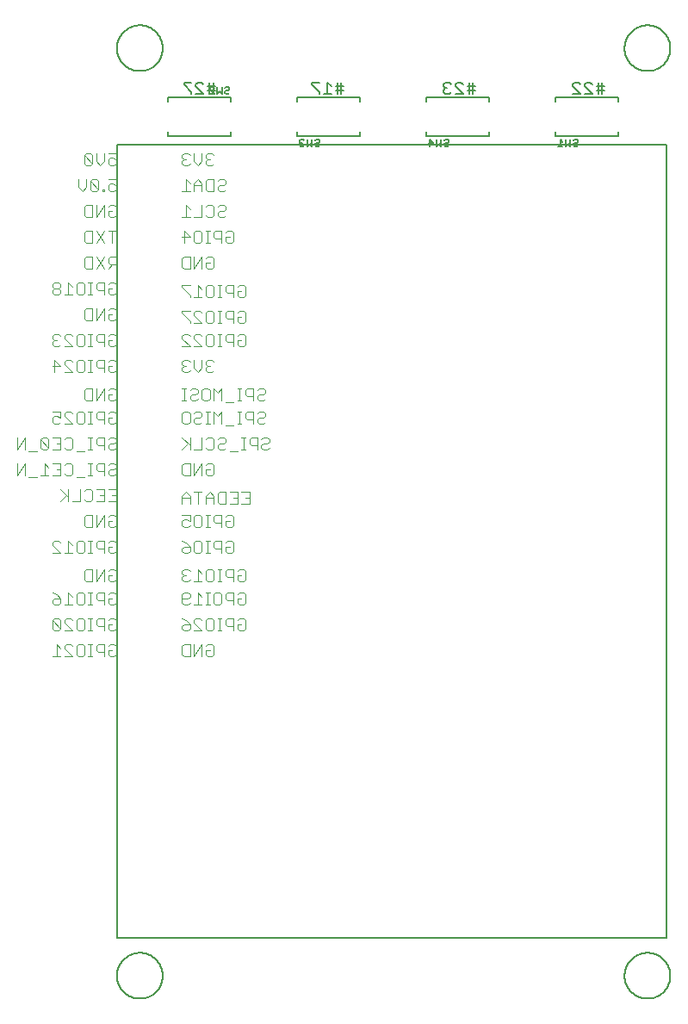
<source format=gbr>
G04 EAGLE Gerber RS-274X export*
G75*
%MOMM*%
%FSLAX34Y34*%
%LPD*%
%INSilkscreen Bottom*%
%IPPOS*%
%AMOC8*
5,1,8,0,0,1.08239X$1,22.5*%
G01*
%ADD10C,0.152400*%
%ADD11C,0.203200*%
%ADD12C,0.101600*%
%ADD13C,0.127000*%


D10*
X488864Y835152D02*
X488864Y846338D01*
X485135Y846338D02*
X485135Y835152D01*
X485135Y842609D02*
X490728Y842609D01*
X485135Y842609D02*
X483271Y842609D01*
X483271Y838881D02*
X490728Y838881D01*
X479034Y835152D02*
X471577Y835152D01*
X479034Y835152D02*
X471577Y842609D01*
X471577Y844473D01*
X473441Y846338D01*
X477170Y846338D01*
X479034Y844473D01*
X467340Y835152D02*
X459883Y835152D01*
X467340Y835152D02*
X459883Y842609D01*
X459883Y844473D01*
X461747Y846338D01*
X465476Y846338D01*
X467340Y844473D01*
X361864Y846338D02*
X361864Y835152D01*
X358135Y835152D02*
X358135Y846338D01*
X358135Y842609D02*
X363728Y842609D01*
X358135Y842609D02*
X356271Y842609D01*
X356271Y838881D02*
X363728Y838881D01*
X352034Y835152D02*
X344577Y835152D01*
X352034Y835152D02*
X344577Y842609D01*
X344577Y844473D01*
X346441Y846338D01*
X350170Y846338D01*
X352034Y844473D01*
X340340Y844473D02*
X338476Y846338D01*
X334747Y846338D01*
X332883Y844473D01*
X332883Y842609D01*
X334747Y840745D01*
X336612Y840745D01*
X334747Y840745D02*
X332883Y838881D01*
X332883Y837016D01*
X334747Y835152D01*
X338476Y835152D01*
X340340Y837016D01*
X232324Y835152D02*
X232324Y846338D01*
X228595Y846338D02*
X228595Y835152D01*
X228595Y842609D02*
X234188Y842609D01*
X228595Y842609D02*
X226731Y842609D01*
X226731Y838881D02*
X234188Y838881D01*
X222494Y842609D02*
X218766Y846338D01*
X218766Y835152D01*
X222494Y835152D02*
X215037Y835152D01*
X210800Y846338D02*
X203343Y846338D01*
X203343Y844473D01*
X210800Y837016D01*
X210800Y835152D01*
X106594Y835152D02*
X106594Y846338D01*
X102865Y846338D02*
X102865Y835152D01*
X102865Y842609D02*
X108458Y842609D01*
X102865Y842609D02*
X101001Y842609D01*
X101001Y838881D02*
X108458Y838881D01*
X96764Y835152D02*
X89307Y835152D01*
X96764Y835152D02*
X89307Y842609D01*
X89307Y844473D01*
X91171Y846338D01*
X94900Y846338D01*
X96764Y844473D01*
X85070Y846338D02*
X77613Y846338D01*
X77613Y844473D01*
X85070Y837016D01*
X85070Y835152D01*
D11*
X11790Y-31750D02*
X11797Y-31198D01*
X11817Y-30646D01*
X11851Y-30095D01*
X11898Y-29545D01*
X11959Y-28996D01*
X12034Y-28449D01*
X12121Y-27903D01*
X12222Y-27360D01*
X12337Y-26820D01*
X12464Y-26283D01*
X12605Y-25749D01*
X12759Y-25219D01*
X12926Y-24692D01*
X13105Y-24170D01*
X13298Y-23652D01*
X13503Y-23140D01*
X13720Y-22632D01*
X13950Y-22130D01*
X14192Y-21634D01*
X14447Y-21144D01*
X14713Y-20660D01*
X14991Y-20183D01*
X15281Y-19713D01*
X15582Y-19250D01*
X15894Y-18794D01*
X16218Y-18347D01*
X16552Y-17907D01*
X16897Y-17476D01*
X17253Y-17054D01*
X17619Y-16640D01*
X17994Y-16235D01*
X18380Y-15840D01*
X18775Y-15454D01*
X19180Y-15079D01*
X19594Y-14713D01*
X20016Y-14357D01*
X20447Y-14012D01*
X20887Y-13678D01*
X21334Y-13354D01*
X21790Y-13042D01*
X22253Y-12741D01*
X22723Y-12451D01*
X23200Y-12173D01*
X23684Y-11907D01*
X24174Y-11652D01*
X24670Y-11410D01*
X25172Y-11180D01*
X25680Y-10963D01*
X26192Y-10758D01*
X26710Y-10565D01*
X27232Y-10386D01*
X27759Y-10219D01*
X28289Y-10065D01*
X28823Y-9924D01*
X29360Y-9797D01*
X29900Y-9682D01*
X30443Y-9581D01*
X30989Y-9494D01*
X31536Y-9419D01*
X32085Y-9358D01*
X32635Y-9311D01*
X33186Y-9277D01*
X33738Y-9257D01*
X34290Y-9250D01*
X34842Y-9257D01*
X35394Y-9277D01*
X35945Y-9311D01*
X36495Y-9358D01*
X37044Y-9419D01*
X37591Y-9494D01*
X38137Y-9581D01*
X38680Y-9682D01*
X39220Y-9797D01*
X39757Y-9924D01*
X40291Y-10065D01*
X40821Y-10219D01*
X41348Y-10386D01*
X41870Y-10565D01*
X42388Y-10758D01*
X42900Y-10963D01*
X43408Y-11180D01*
X43910Y-11410D01*
X44406Y-11652D01*
X44896Y-11907D01*
X45380Y-12173D01*
X45857Y-12451D01*
X46327Y-12741D01*
X46790Y-13042D01*
X47246Y-13354D01*
X47693Y-13678D01*
X48133Y-14012D01*
X48564Y-14357D01*
X48986Y-14713D01*
X49400Y-15079D01*
X49805Y-15454D01*
X50200Y-15840D01*
X50586Y-16235D01*
X50961Y-16640D01*
X51327Y-17054D01*
X51683Y-17476D01*
X52028Y-17907D01*
X52362Y-18347D01*
X52686Y-18794D01*
X52998Y-19250D01*
X53299Y-19713D01*
X53589Y-20183D01*
X53867Y-20660D01*
X54133Y-21144D01*
X54388Y-21634D01*
X54630Y-22130D01*
X54860Y-22632D01*
X55077Y-23140D01*
X55282Y-23652D01*
X55475Y-24170D01*
X55654Y-24692D01*
X55821Y-25219D01*
X55975Y-25749D01*
X56116Y-26283D01*
X56243Y-26820D01*
X56358Y-27360D01*
X56459Y-27903D01*
X56546Y-28449D01*
X56621Y-28996D01*
X56682Y-29545D01*
X56729Y-30095D01*
X56763Y-30646D01*
X56783Y-31198D01*
X56790Y-31750D01*
X56783Y-32302D01*
X56763Y-32854D01*
X56729Y-33405D01*
X56682Y-33955D01*
X56621Y-34504D01*
X56546Y-35051D01*
X56459Y-35597D01*
X56358Y-36140D01*
X56243Y-36680D01*
X56116Y-37217D01*
X55975Y-37751D01*
X55821Y-38281D01*
X55654Y-38808D01*
X55475Y-39330D01*
X55282Y-39848D01*
X55077Y-40360D01*
X54860Y-40868D01*
X54630Y-41370D01*
X54388Y-41866D01*
X54133Y-42356D01*
X53867Y-42840D01*
X53589Y-43317D01*
X53299Y-43787D01*
X52998Y-44250D01*
X52686Y-44706D01*
X52362Y-45153D01*
X52028Y-45593D01*
X51683Y-46024D01*
X51327Y-46446D01*
X50961Y-46860D01*
X50586Y-47265D01*
X50200Y-47660D01*
X49805Y-48046D01*
X49400Y-48421D01*
X48986Y-48787D01*
X48564Y-49143D01*
X48133Y-49488D01*
X47693Y-49822D01*
X47246Y-50146D01*
X46790Y-50458D01*
X46327Y-50759D01*
X45857Y-51049D01*
X45380Y-51327D01*
X44896Y-51593D01*
X44406Y-51848D01*
X43910Y-52090D01*
X43408Y-52320D01*
X42900Y-52537D01*
X42388Y-52742D01*
X41870Y-52935D01*
X41348Y-53114D01*
X40821Y-53281D01*
X40291Y-53435D01*
X39757Y-53576D01*
X39220Y-53703D01*
X38680Y-53818D01*
X38137Y-53919D01*
X37591Y-54006D01*
X37044Y-54081D01*
X36495Y-54142D01*
X35945Y-54189D01*
X35394Y-54223D01*
X34842Y-54243D01*
X34290Y-54250D01*
X33738Y-54243D01*
X33186Y-54223D01*
X32635Y-54189D01*
X32085Y-54142D01*
X31536Y-54081D01*
X30989Y-54006D01*
X30443Y-53919D01*
X29900Y-53818D01*
X29360Y-53703D01*
X28823Y-53576D01*
X28289Y-53435D01*
X27759Y-53281D01*
X27232Y-53114D01*
X26710Y-52935D01*
X26192Y-52742D01*
X25680Y-52537D01*
X25172Y-52320D01*
X24670Y-52090D01*
X24174Y-51848D01*
X23684Y-51593D01*
X23200Y-51327D01*
X22723Y-51049D01*
X22253Y-50759D01*
X21790Y-50458D01*
X21334Y-50146D01*
X20887Y-49822D01*
X20447Y-49488D01*
X20016Y-49143D01*
X19594Y-48787D01*
X19180Y-48421D01*
X18775Y-48046D01*
X18380Y-47660D01*
X17994Y-47265D01*
X17619Y-46860D01*
X17253Y-46446D01*
X16897Y-46024D01*
X16552Y-45593D01*
X16218Y-45153D01*
X15894Y-44706D01*
X15582Y-44250D01*
X15281Y-43787D01*
X14991Y-43317D01*
X14713Y-42840D01*
X14447Y-42356D01*
X14192Y-41866D01*
X13950Y-41370D01*
X13720Y-40868D01*
X13503Y-40360D01*
X13298Y-39848D01*
X13105Y-39330D01*
X12926Y-38808D01*
X12759Y-38281D01*
X12605Y-37751D01*
X12464Y-37217D01*
X12337Y-36680D01*
X12222Y-36140D01*
X12121Y-35597D01*
X12034Y-35051D01*
X11959Y-34504D01*
X11898Y-33955D01*
X11851Y-33405D01*
X11817Y-32854D01*
X11797Y-32302D01*
X11790Y-31750D01*
X510900Y880110D02*
X510907Y880662D01*
X510927Y881214D01*
X510961Y881765D01*
X511008Y882315D01*
X511069Y882864D01*
X511144Y883411D01*
X511231Y883957D01*
X511332Y884500D01*
X511447Y885040D01*
X511574Y885577D01*
X511715Y886111D01*
X511869Y886641D01*
X512036Y887168D01*
X512215Y887690D01*
X512408Y888208D01*
X512613Y888720D01*
X512830Y889228D01*
X513060Y889730D01*
X513302Y890226D01*
X513557Y890716D01*
X513823Y891200D01*
X514101Y891677D01*
X514391Y892147D01*
X514692Y892610D01*
X515004Y893066D01*
X515328Y893513D01*
X515662Y893953D01*
X516007Y894384D01*
X516363Y894806D01*
X516729Y895220D01*
X517104Y895625D01*
X517490Y896020D01*
X517885Y896406D01*
X518290Y896781D01*
X518704Y897147D01*
X519126Y897503D01*
X519557Y897848D01*
X519997Y898182D01*
X520444Y898506D01*
X520900Y898818D01*
X521363Y899119D01*
X521833Y899409D01*
X522310Y899687D01*
X522794Y899953D01*
X523284Y900208D01*
X523780Y900450D01*
X524282Y900680D01*
X524790Y900897D01*
X525302Y901102D01*
X525820Y901295D01*
X526342Y901474D01*
X526869Y901641D01*
X527399Y901795D01*
X527933Y901936D01*
X528470Y902063D01*
X529010Y902178D01*
X529553Y902279D01*
X530099Y902366D01*
X530646Y902441D01*
X531195Y902502D01*
X531745Y902549D01*
X532296Y902583D01*
X532848Y902603D01*
X533400Y902610D01*
X533952Y902603D01*
X534504Y902583D01*
X535055Y902549D01*
X535605Y902502D01*
X536154Y902441D01*
X536701Y902366D01*
X537247Y902279D01*
X537790Y902178D01*
X538330Y902063D01*
X538867Y901936D01*
X539401Y901795D01*
X539931Y901641D01*
X540458Y901474D01*
X540980Y901295D01*
X541498Y901102D01*
X542010Y900897D01*
X542518Y900680D01*
X543020Y900450D01*
X543516Y900208D01*
X544006Y899953D01*
X544490Y899687D01*
X544967Y899409D01*
X545437Y899119D01*
X545900Y898818D01*
X546356Y898506D01*
X546803Y898182D01*
X547243Y897848D01*
X547674Y897503D01*
X548096Y897147D01*
X548510Y896781D01*
X548915Y896406D01*
X549310Y896020D01*
X549696Y895625D01*
X550071Y895220D01*
X550437Y894806D01*
X550793Y894384D01*
X551138Y893953D01*
X551472Y893513D01*
X551796Y893066D01*
X552108Y892610D01*
X552409Y892147D01*
X552699Y891677D01*
X552977Y891200D01*
X553243Y890716D01*
X553498Y890226D01*
X553740Y889730D01*
X553970Y889228D01*
X554187Y888720D01*
X554392Y888208D01*
X554585Y887690D01*
X554764Y887168D01*
X554931Y886641D01*
X555085Y886111D01*
X555226Y885577D01*
X555353Y885040D01*
X555468Y884500D01*
X555569Y883957D01*
X555656Y883411D01*
X555731Y882864D01*
X555792Y882315D01*
X555839Y881765D01*
X555873Y881214D01*
X555893Y880662D01*
X555900Y880110D01*
X555893Y879558D01*
X555873Y879006D01*
X555839Y878455D01*
X555792Y877905D01*
X555731Y877356D01*
X555656Y876809D01*
X555569Y876263D01*
X555468Y875720D01*
X555353Y875180D01*
X555226Y874643D01*
X555085Y874109D01*
X554931Y873579D01*
X554764Y873052D01*
X554585Y872530D01*
X554392Y872012D01*
X554187Y871500D01*
X553970Y870992D01*
X553740Y870490D01*
X553498Y869994D01*
X553243Y869504D01*
X552977Y869020D01*
X552699Y868543D01*
X552409Y868073D01*
X552108Y867610D01*
X551796Y867154D01*
X551472Y866707D01*
X551138Y866267D01*
X550793Y865836D01*
X550437Y865414D01*
X550071Y865000D01*
X549696Y864595D01*
X549310Y864200D01*
X548915Y863814D01*
X548510Y863439D01*
X548096Y863073D01*
X547674Y862717D01*
X547243Y862372D01*
X546803Y862038D01*
X546356Y861714D01*
X545900Y861402D01*
X545437Y861101D01*
X544967Y860811D01*
X544490Y860533D01*
X544006Y860267D01*
X543516Y860012D01*
X543020Y859770D01*
X542518Y859540D01*
X542010Y859323D01*
X541498Y859118D01*
X540980Y858925D01*
X540458Y858746D01*
X539931Y858579D01*
X539401Y858425D01*
X538867Y858284D01*
X538330Y858157D01*
X537790Y858042D01*
X537247Y857941D01*
X536701Y857854D01*
X536154Y857779D01*
X535605Y857718D01*
X535055Y857671D01*
X534504Y857637D01*
X533952Y857617D01*
X533400Y857610D01*
X532848Y857617D01*
X532296Y857637D01*
X531745Y857671D01*
X531195Y857718D01*
X530646Y857779D01*
X530099Y857854D01*
X529553Y857941D01*
X529010Y858042D01*
X528470Y858157D01*
X527933Y858284D01*
X527399Y858425D01*
X526869Y858579D01*
X526342Y858746D01*
X525820Y858925D01*
X525302Y859118D01*
X524790Y859323D01*
X524282Y859540D01*
X523780Y859770D01*
X523284Y860012D01*
X522794Y860267D01*
X522310Y860533D01*
X521833Y860811D01*
X521363Y861101D01*
X520900Y861402D01*
X520444Y861714D01*
X519997Y862038D01*
X519557Y862372D01*
X519126Y862717D01*
X518704Y863073D01*
X518290Y863439D01*
X517885Y863814D01*
X517490Y864200D01*
X517104Y864595D01*
X516729Y865000D01*
X516363Y865414D01*
X516007Y865836D01*
X515662Y866267D01*
X515328Y866707D01*
X515004Y867154D01*
X514692Y867610D01*
X514391Y868073D01*
X514101Y868543D01*
X513823Y869020D01*
X513557Y869504D01*
X513302Y869994D01*
X513060Y870490D01*
X512830Y870992D01*
X512613Y871500D01*
X512408Y872012D01*
X512215Y872530D01*
X512036Y873052D01*
X511869Y873579D01*
X511715Y874109D01*
X511574Y874643D01*
X511447Y875180D01*
X511332Y875720D01*
X511231Y876263D01*
X511144Y876809D01*
X511069Y877356D01*
X511008Y877905D01*
X510961Y878455D01*
X510927Y879006D01*
X510907Y879558D01*
X510900Y880110D01*
X510900Y-31750D02*
X510907Y-31198D01*
X510927Y-30646D01*
X510961Y-30095D01*
X511008Y-29545D01*
X511069Y-28996D01*
X511144Y-28449D01*
X511231Y-27903D01*
X511332Y-27360D01*
X511447Y-26820D01*
X511574Y-26283D01*
X511715Y-25749D01*
X511869Y-25219D01*
X512036Y-24692D01*
X512215Y-24170D01*
X512408Y-23652D01*
X512613Y-23140D01*
X512830Y-22632D01*
X513060Y-22130D01*
X513302Y-21634D01*
X513557Y-21144D01*
X513823Y-20660D01*
X514101Y-20183D01*
X514391Y-19713D01*
X514692Y-19250D01*
X515004Y-18794D01*
X515328Y-18347D01*
X515662Y-17907D01*
X516007Y-17476D01*
X516363Y-17054D01*
X516729Y-16640D01*
X517104Y-16235D01*
X517490Y-15840D01*
X517885Y-15454D01*
X518290Y-15079D01*
X518704Y-14713D01*
X519126Y-14357D01*
X519557Y-14012D01*
X519997Y-13678D01*
X520444Y-13354D01*
X520900Y-13042D01*
X521363Y-12741D01*
X521833Y-12451D01*
X522310Y-12173D01*
X522794Y-11907D01*
X523284Y-11652D01*
X523780Y-11410D01*
X524282Y-11180D01*
X524790Y-10963D01*
X525302Y-10758D01*
X525820Y-10565D01*
X526342Y-10386D01*
X526869Y-10219D01*
X527399Y-10065D01*
X527933Y-9924D01*
X528470Y-9797D01*
X529010Y-9682D01*
X529553Y-9581D01*
X530099Y-9494D01*
X530646Y-9419D01*
X531195Y-9358D01*
X531745Y-9311D01*
X532296Y-9277D01*
X532848Y-9257D01*
X533400Y-9250D01*
X533952Y-9257D01*
X534504Y-9277D01*
X535055Y-9311D01*
X535605Y-9358D01*
X536154Y-9419D01*
X536701Y-9494D01*
X537247Y-9581D01*
X537790Y-9682D01*
X538330Y-9797D01*
X538867Y-9924D01*
X539401Y-10065D01*
X539931Y-10219D01*
X540458Y-10386D01*
X540980Y-10565D01*
X541498Y-10758D01*
X542010Y-10963D01*
X542518Y-11180D01*
X543020Y-11410D01*
X543516Y-11652D01*
X544006Y-11907D01*
X544490Y-12173D01*
X544967Y-12451D01*
X545437Y-12741D01*
X545900Y-13042D01*
X546356Y-13354D01*
X546803Y-13678D01*
X547243Y-14012D01*
X547674Y-14357D01*
X548096Y-14713D01*
X548510Y-15079D01*
X548915Y-15454D01*
X549310Y-15840D01*
X549696Y-16235D01*
X550071Y-16640D01*
X550437Y-17054D01*
X550793Y-17476D01*
X551138Y-17907D01*
X551472Y-18347D01*
X551796Y-18794D01*
X552108Y-19250D01*
X552409Y-19713D01*
X552699Y-20183D01*
X552977Y-20660D01*
X553243Y-21144D01*
X553498Y-21634D01*
X553740Y-22130D01*
X553970Y-22632D01*
X554187Y-23140D01*
X554392Y-23652D01*
X554585Y-24170D01*
X554764Y-24692D01*
X554931Y-25219D01*
X555085Y-25749D01*
X555226Y-26283D01*
X555353Y-26820D01*
X555468Y-27360D01*
X555569Y-27903D01*
X555656Y-28449D01*
X555731Y-28996D01*
X555792Y-29545D01*
X555839Y-30095D01*
X555873Y-30646D01*
X555893Y-31198D01*
X555900Y-31750D01*
X555893Y-32302D01*
X555873Y-32854D01*
X555839Y-33405D01*
X555792Y-33955D01*
X555731Y-34504D01*
X555656Y-35051D01*
X555569Y-35597D01*
X555468Y-36140D01*
X555353Y-36680D01*
X555226Y-37217D01*
X555085Y-37751D01*
X554931Y-38281D01*
X554764Y-38808D01*
X554585Y-39330D01*
X554392Y-39848D01*
X554187Y-40360D01*
X553970Y-40868D01*
X553740Y-41370D01*
X553498Y-41866D01*
X553243Y-42356D01*
X552977Y-42840D01*
X552699Y-43317D01*
X552409Y-43787D01*
X552108Y-44250D01*
X551796Y-44706D01*
X551472Y-45153D01*
X551138Y-45593D01*
X550793Y-46024D01*
X550437Y-46446D01*
X550071Y-46860D01*
X549696Y-47265D01*
X549310Y-47660D01*
X548915Y-48046D01*
X548510Y-48421D01*
X548096Y-48787D01*
X547674Y-49143D01*
X547243Y-49488D01*
X546803Y-49822D01*
X546356Y-50146D01*
X545900Y-50458D01*
X545437Y-50759D01*
X544967Y-51049D01*
X544490Y-51327D01*
X544006Y-51593D01*
X543516Y-51848D01*
X543020Y-52090D01*
X542518Y-52320D01*
X542010Y-52537D01*
X541498Y-52742D01*
X540980Y-52935D01*
X540458Y-53114D01*
X539931Y-53281D01*
X539401Y-53435D01*
X538867Y-53576D01*
X538330Y-53703D01*
X537790Y-53818D01*
X537247Y-53919D01*
X536701Y-54006D01*
X536154Y-54081D01*
X535605Y-54142D01*
X535055Y-54189D01*
X534504Y-54223D01*
X533952Y-54243D01*
X533400Y-54250D01*
X532848Y-54243D01*
X532296Y-54223D01*
X531745Y-54189D01*
X531195Y-54142D01*
X530646Y-54081D01*
X530099Y-54006D01*
X529553Y-53919D01*
X529010Y-53818D01*
X528470Y-53703D01*
X527933Y-53576D01*
X527399Y-53435D01*
X526869Y-53281D01*
X526342Y-53114D01*
X525820Y-52935D01*
X525302Y-52742D01*
X524790Y-52537D01*
X524282Y-52320D01*
X523780Y-52090D01*
X523284Y-51848D01*
X522794Y-51593D01*
X522310Y-51327D01*
X521833Y-51049D01*
X521363Y-50759D01*
X520900Y-50458D01*
X520444Y-50146D01*
X519997Y-49822D01*
X519557Y-49488D01*
X519126Y-49143D01*
X518704Y-48787D01*
X518290Y-48421D01*
X517885Y-48046D01*
X517490Y-47660D01*
X517104Y-47265D01*
X516729Y-46860D01*
X516363Y-46446D01*
X516007Y-46024D01*
X515662Y-45593D01*
X515328Y-45153D01*
X515004Y-44706D01*
X514692Y-44250D01*
X514391Y-43787D01*
X514101Y-43317D01*
X513823Y-42840D01*
X513557Y-42356D01*
X513302Y-41866D01*
X513060Y-41370D01*
X512830Y-40868D01*
X512613Y-40360D01*
X512408Y-39848D01*
X512215Y-39330D01*
X512036Y-38808D01*
X511869Y-38281D01*
X511715Y-37751D01*
X511574Y-37217D01*
X511447Y-36680D01*
X511332Y-36140D01*
X511231Y-35597D01*
X511144Y-35051D01*
X511069Y-34504D01*
X511008Y-33955D01*
X510961Y-33405D01*
X510927Y-32854D01*
X510907Y-32302D01*
X510900Y-31750D01*
X11790Y880110D02*
X11797Y880662D01*
X11817Y881214D01*
X11851Y881765D01*
X11898Y882315D01*
X11959Y882864D01*
X12034Y883411D01*
X12121Y883957D01*
X12222Y884500D01*
X12337Y885040D01*
X12464Y885577D01*
X12605Y886111D01*
X12759Y886641D01*
X12926Y887168D01*
X13105Y887690D01*
X13298Y888208D01*
X13503Y888720D01*
X13720Y889228D01*
X13950Y889730D01*
X14192Y890226D01*
X14447Y890716D01*
X14713Y891200D01*
X14991Y891677D01*
X15281Y892147D01*
X15582Y892610D01*
X15894Y893066D01*
X16218Y893513D01*
X16552Y893953D01*
X16897Y894384D01*
X17253Y894806D01*
X17619Y895220D01*
X17994Y895625D01*
X18380Y896020D01*
X18775Y896406D01*
X19180Y896781D01*
X19594Y897147D01*
X20016Y897503D01*
X20447Y897848D01*
X20887Y898182D01*
X21334Y898506D01*
X21790Y898818D01*
X22253Y899119D01*
X22723Y899409D01*
X23200Y899687D01*
X23684Y899953D01*
X24174Y900208D01*
X24670Y900450D01*
X25172Y900680D01*
X25680Y900897D01*
X26192Y901102D01*
X26710Y901295D01*
X27232Y901474D01*
X27759Y901641D01*
X28289Y901795D01*
X28823Y901936D01*
X29360Y902063D01*
X29900Y902178D01*
X30443Y902279D01*
X30989Y902366D01*
X31536Y902441D01*
X32085Y902502D01*
X32635Y902549D01*
X33186Y902583D01*
X33738Y902603D01*
X34290Y902610D01*
X34842Y902603D01*
X35394Y902583D01*
X35945Y902549D01*
X36495Y902502D01*
X37044Y902441D01*
X37591Y902366D01*
X38137Y902279D01*
X38680Y902178D01*
X39220Y902063D01*
X39757Y901936D01*
X40291Y901795D01*
X40821Y901641D01*
X41348Y901474D01*
X41870Y901295D01*
X42388Y901102D01*
X42900Y900897D01*
X43408Y900680D01*
X43910Y900450D01*
X44406Y900208D01*
X44896Y899953D01*
X45380Y899687D01*
X45857Y899409D01*
X46327Y899119D01*
X46790Y898818D01*
X47246Y898506D01*
X47693Y898182D01*
X48133Y897848D01*
X48564Y897503D01*
X48986Y897147D01*
X49400Y896781D01*
X49805Y896406D01*
X50200Y896020D01*
X50586Y895625D01*
X50961Y895220D01*
X51327Y894806D01*
X51683Y894384D01*
X52028Y893953D01*
X52362Y893513D01*
X52686Y893066D01*
X52998Y892610D01*
X53299Y892147D01*
X53589Y891677D01*
X53867Y891200D01*
X54133Y890716D01*
X54388Y890226D01*
X54630Y889730D01*
X54860Y889228D01*
X55077Y888720D01*
X55282Y888208D01*
X55475Y887690D01*
X55654Y887168D01*
X55821Y886641D01*
X55975Y886111D01*
X56116Y885577D01*
X56243Y885040D01*
X56358Y884500D01*
X56459Y883957D01*
X56546Y883411D01*
X56621Y882864D01*
X56682Y882315D01*
X56729Y881765D01*
X56763Y881214D01*
X56783Y880662D01*
X56790Y880110D01*
X56783Y879558D01*
X56763Y879006D01*
X56729Y878455D01*
X56682Y877905D01*
X56621Y877356D01*
X56546Y876809D01*
X56459Y876263D01*
X56358Y875720D01*
X56243Y875180D01*
X56116Y874643D01*
X55975Y874109D01*
X55821Y873579D01*
X55654Y873052D01*
X55475Y872530D01*
X55282Y872012D01*
X55077Y871500D01*
X54860Y870992D01*
X54630Y870490D01*
X54388Y869994D01*
X54133Y869504D01*
X53867Y869020D01*
X53589Y868543D01*
X53299Y868073D01*
X52998Y867610D01*
X52686Y867154D01*
X52362Y866707D01*
X52028Y866267D01*
X51683Y865836D01*
X51327Y865414D01*
X50961Y865000D01*
X50586Y864595D01*
X50200Y864200D01*
X49805Y863814D01*
X49400Y863439D01*
X48986Y863073D01*
X48564Y862717D01*
X48133Y862372D01*
X47693Y862038D01*
X47246Y861714D01*
X46790Y861402D01*
X46327Y861101D01*
X45857Y860811D01*
X45380Y860533D01*
X44896Y860267D01*
X44406Y860012D01*
X43910Y859770D01*
X43408Y859540D01*
X42900Y859323D01*
X42388Y859118D01*
X41870Y858925D01*
X41348Y858746D01*
X40821Y858579D01*
X40291Y858425D01*
X39757Y858284D01*
X39220Y858157D01*
X38680Y858042D01*
X38137Y857941D01*
X37591Y857854D01*
X37044Y857779D01*
X36495Y857718D01*
X35945Y857671D01*
X35394Y857637D01*
X34842Y857617D01*
X34290Y857610D01*
X33738Y857617D01*
X33186Y857637D01*
X32635Y857671D01*
X32085Y857718D01*
X31536Y857779D01*
X30989Y857854D01*
X30443Y857941D01*
X29900Y858042D01*
X29360Y858157D01*
X28823Y858284D01*
X28289Y858425D01*
X27759Y858579D01*
X27232Y858746D01*
X26710Y858925D01*
X26192Y859118D01*
X25680Y859323D01*
X25172Y859540D01*
X24670Y859770D01*
X24174Y860012D01*
X23684Y860267D01*
X23200Y860533D01*
X22723Y860811D01*
X22253Y861101D01*
X21790Y861402D01*
X21334Y861714D01*
X20887Y862038D01*
X20447Y862372D01*
X20016Y862717D01*
X19594Y863073D01*
X19180Y863439D01*
X18775Y863814D01*
X18380Y864200D01*
X17994Y864595D01*
X17619Y865000D01*
X17253Y865414D01*
X16897Y865836D01*
X16552Y866267D01*
X16218Y866707D01*
X15894Y867154D01*
X15582Y867610D01*
X15281Y868073D01*
X14991Y868543D01*
X14713Y869020D01*
X14447Y869504D01*
X14192Y869994D01*
X13950Y870490D01*
X13720Y870992D01*
X13503Y871500D01*
X13298Y872012D01*
X13105Y872530D01*
X12926Y873052D01*
X12759Y873579D01*
X12605Y874109D01*
X12464Y874643D01*
X12337Y875180D01*
X12222Y875720D01*
X12121Y876263D01*
X12034Y876809D01*
X11959Y877356D01*
X11898Y877905D01*
X11851Y878455D01*
X11817Y879006D01*
X11797Y879558D01*
X11790Y880110D01*
D12*
X10852Y776742D02*
X3056Y776742D01*
X10852Y776742D02*
X10852Y770895D01*
X6954Y772844D01*
X5005Y772844D01*
X3056Y770895D01*
X3056Y766997D01*
X5005Y765048D01*
X8903Y765048D01*
X10852Y766997D01*
X-842Y768946D02*
X-842Y776742D01*
X-842Y768946D02*
X-4740Y765048D01*
X-8638Y768946D01*
X-8638Y776742D01*
X-12536Y774793D02*
X-12536Y766997D01*
X-12536Y774793D02*
X-14485Y776742D01*
X-18383Y776742D01*
X-20332Y774793D01*
X-20332Y766997D01*
X-18383Y765048D01*
X-14485Y765048D01*
X-12536Y766997D01*
X-20332Y774793D01*
X3056Y751342D02*
X10852Y751342D01*
X10852Y745495D01*
X6954Y747444D01*
X5005Y747444D01*
X3056Y745495D01*
X3056Y741597D01*
X5005Y739648D01*
X8903Y739648D01*
X10852Y741597D01*
X-842Y741597D02*
X-842Y739648D01*
X-842Y741597D02*
X-2791Y741597D01*
X-2791Y739648D01*
X-842Y739648D01*
X-6689Y741597D02*
X-6689Y749393D01*
X-8638Y751342D01*
X-12536Y751342D01*
X-14485Y749393D01*
X-14485Y741597D01*
X-12536Y739648D01*
X-8638Y739648D01*
X-6689Y741597D01*
X-14485Y749393D01*
X-18383Y751342D02*
X-18383Y743546D01*
X-22281Y739648D01*
X-26179Y743546D01*
X-26179Y751342D01*
X3056Y723993D02*
X5005Y725942D01*
X8903Y725942D01*
X10852Y723993D01*
X10852Y716197D01*
X8903Y714248D01*
X5005Y714248D01*
X3056Y716197D01*
X3056Y720095D01*
X6954Y720095D01*
X-842Y714248D02*
X-842Y725942D01*
X-8638Y714248D01*
X-8638Y725942D01*
X-12536Y725942D02*
X-12536Y714248D01*
X-18383Y714248D01*
X-20332Y716197D01*
X-20332Y723993D01*
X-18383Y725942D01*
X-12536Y725942D01*
X6954Y700542D02*
X6954Y688848D01*
X10852Y700542D02*
X3056Y700542D01*
X-842Y700542D02*
X-8638Y688848D01*
X-842Y688848D02*
X-8638Y700542D01*
X-12536Y700542D02*
X-12536Y688848D01*
X-18383Y688848D01*
X-20332Y690797D01*
X-20332Y698593D01*
X-18383Y700542D01*
X-12536Y700542D01*
X10852Y675142D02*
X10852Y663448D01*
X10852Y675142D02*
X5005Y675142D01*
X3056Y673193D01*
X3056Y669295D01*
X5005Y667346D01*
X10852Y667346D01*
X6954Y667346D02*
X3056Y663448D01*
X-8638Y663448D02*
X-842Y675142D01*
X-8638Y675142D02*
X-842Y663448D01*
X-12536Y663448D02*
X-12536Y675142D01*
X-12536Y663448D02*
X-18383Y663448D01*
X-20332Y665397D01*
X-20332Y673193D01*
X-18383Y675142D01*
X-12536Y675142D01*
X5005Y649742D02*
X3056Y647793D01*
X5005Y649742D02*
X8903Y649742D01*
X10852Y647793D01*
X10852Y639997D01*
X8903Y638048D01*
X5005Y638048D01*
X3056Y639997D01*
X3056Y643895D01*
X6954Y643895D01*
X-842Y638048D02*
X-842Y649742D01*
X-6689Y649742D01*
X-8638Y647793D01*
X-8638Y643895D01*
X-6689Y641946D01*
X-842Y641946D01*
X-12536Y638048D02*
X-16434Y638048D01*
X-14485Y638048D02*
X-14485Y649742D01*
X-12536Y649742D02*
X-16434Y649742D01*
X-22281Y649742D02*
X-26179Y649742D01*
X-22281Y649742D02*
X-20332Y647793D01*
X-20332Y639997D01*
X-22281Y638048D01*
X-26179Y638048D01*
X-28128Y639997D01*
X-28128Y647793D01*
X-26179Y649742D01*
X-32026Y645844D02*
X-35924Y649742D01*
X-35924Y638048D01*
X-32026Y638048D02*
X-39822Y638048D01*
X-43720Y647793D02*
X-45669Y649742D01*
X-49567Y649742D01*
X-51516Y647793D01*
X-51516Y645844D01*
X-49567Y643895D01*
X-51516Y641946D01*
X-51516Y639997D01*
X-49567Y638048D01*
X-45669Y638048D01*
X-43720Y639997D01*
X-43720Y641946D01*
X-45669Y643895D01*
X-43720Y645844D01*
X-43720Y647793D01*
X-45669Y643895D02*
X-49567Y643895D01*
X3056Y622393D02*
X5005Y624342D01*
X8903Y624342D01*
X10852Y622393D01*
X10852Y614597D01*
X8903Y612648D01*
X5005Y612648D01*
X3056Y614597D01*
X3056Y618495D01*
X6954Y618495D01*
X-842Y612648D02*
X-842Y624342D01*
X-8638Y612648D01*
X-8638Y624342D01*
X-12536Y624342D02*
X-12536Y612648D01*
X-18383Y612648D01*
X-20332Y614597D01*
X-20332Y622393D01*
X-18383Y624342D01*
X-12536Y624342D01*
X5005Y598942D02*
X3056Y596993D01*
X5005Y598942D02*
X8903Y598942D01*
X10852Y596993D01*
X10852Y589197D01*
X8903Y587248D01*
X5005Y587248D01*
X3056Y589197D01*
X3056Y593095D01*
X6954Y593095D01*
X-842Y587248D02*
X-842Y598942D01*
X-6689Y598942D01*
X-8638Y596993D01*
X-8638Y593095D01*
X-6689Y591146D01*
X-842Y591146D01*
X-12536Y587248D02*
X-16434Y587248D01*
X-14485Y587248D02*
X-14485Y598942D01*
X-12536Y598942D02*
X-16434Y598942D01*
X-22281Y598942D02*
X-26179Y598942D01*
X-22281Y598942D02*
X-20332Y596993D01*
X-20332Y589197D01*
X-22281Y587248D01*
X-26179Y587248D01*
X-28128Y589197D01*
X-28128Y596993D01*
X-26179Y598942D01*
X-32026Y587248D02*
X-39822Y587248D01*
X-32026Y587248D02*
X-39822Y595044D01*
X-39822Y596993D01*
X-37873Y598942D01*
X-33975Y598942D01*
X-32026Y596993D01*
X-43720Y596993D02*
X-45669Y598942D01*
X-49567Y598942D01*
X-51516Y596993D01*
X-51516Y595044D01*
X-49567Y593095D01*
X-47618Y593095D01*
X-49567Y593095D02*
X-51516Y591146D01*
X-51516Y589197D01*
X-49567Y587248D01*
X-45669Y587248D01*
X-43720Y589197D01*
X3056Y571593D02*
X5005Y573542D01*
X8903Y573542D01*
X10852Y571593D01*
X10852Y563797D01*
X8903Y561848D01*
X5005Y561848D01*
X3056Y563797D01*
X3056Y567695D01*
X6954Y567695D01*
X-842Y561848D02*
X-842Y573542D01*
X-6689Y573542D01*
X-8638Y571593D01*
X-8638Y567695D01*
X-6689Y565746D01*
X-842Y565746D01*
X-12536Y561848D02*
X-16434Y561848D01*
X-14485Y561848D02*
X-14485Y573542D01*
X-12536Y573542D02*
X-16434Y573542D01*
X-22281Y573542D02*
X-26179Y573542D01*
X-22281Y573542D02*
X-20332Y571593D01*
X-20332Y563797D01*
X-22281Y561848D01*
X-26179Y561848D01*
X-28128Y563797D01*
X-28128Y571593D01*
X-26179Y573542D01*
X-32026Y561848D02*
X-39822Y561848D01*
X-32026Y561848D02*
X-39822Y569644D01*
X-39822Y571593D01*
X-37873Y573542D01*
X-33975Y573542D01*
X-32026Y571593D01*
X-49567Y573542D02*
X-49567Y561848D01*
X-43720Y567695D02*
X-49567Y573542D01*
X-51516Y567695D02*
X-43720Y567695D01*
X3056Y543653D02*
X5005Y545602D01*
X8903Y545602D01*
X10852Y543653D01*
X10852Y535857D01*
X8903Y533908D01*
X5005Y533908D01*
X3056Y535857D01*
X3056Y539755D01*
X6954Y539755D01*
X-842Y533908D02*
X-842Y545602D01*
X-8638Y533908D01*
X-8638Y545602D01*
X-12536Y545602D02*
X-12536Y533908D01*
X-18383Y533908D01*
X-20332Y535857D01*
X-20332Y543653D01*
X-18383Y545602D01*
X-12536Y545602D01*
X5005Y522742D02*
X3056Y520793D01*
X5005Y522742D02*
X8903Y522742D01*
X10852Y520793D01*
X10852Y512997D01*
X8903Y511048D01*
X5005Y511048D01*
X3056Y512997D01*
X3056Y516895D01*
X6954Y516895D01*
X-842Y511048D02*
X-842Y522742D01*
X-6689Y522742D01*
X-8638Y520793D01*
X-8638Y516895D01*
X-6689Y514946D01*
X-842Y514946D01*
X-12536Y511048D02*
X-16434Y511048D01*
X-14485Y511048D02*
X-14485Y522742D01*
X-12536Y522742D02*
X-16434Y522742D01*
X-22281Y522742D02*
X-26179Y522742D01*
X-22281Y522742D02*
X-20332Y520793D01*
X-20332Y512997D01*
X-22281Y511048D01*
X-26179Y511048D01*
X-28128Y512997D01*
X-28128Y520793D01*
X-26179Y522742D01*
X-32026Y511048D02*
X-39822Y511048D01*
X-32026Y511048D02*
X-39822Y518844D01*
X-39822Y520793D01*
X-37873Y522742D01*
X-33975Y522742D01*
X-32026Y520793D01*
X-43720Y522742D02*
X-51516Y522742D01*
X-43720Y522742D02*
X-43720Y516895D01*
X-47618Y518844D01*
X-49567Y518844D01*
X-51516Y516895D01*
X-51516Y512997D01*
X-49567Y511048D01*
X-45669Y511048D01*
X-43720Y512997D01*
X3056Y495393D02*
X5005Y497342D01*
X8903Y497342D01*
X10852Y495393D01*
X10852Y493444D01*
X8903Y491495D01*
X5005Y491495D01*
X3056Y489546D01*
X3056Y487597D01*
X5005Y485648D01*
X8903Y485648D01*
X10852Y487597D01*
X-842Y485648D02*
X-842Y497342D01*
X-6689Y497342D01*
X-8638Y495393D01*
X-8638Y491495D01*
X-6689Y489546D01*
X-842Y489546D01*
X-12536Y485648D02*
X-16434Y485648D01*
X-14485Y485648D02*
X-14485Y497342D01*
X-12536Y497342D02*
X-16434Y497342D01*
X-20332Y483699D02*
X-28128Y483699D01*
X-39822Y495393D02*
X-37873Y497342D01*
X-33975Y497342D01*
X-32026Y495393D01*
X-32026Y487597D01*
X-33975Y485648D01*
X-37873Y485648D01*
X-39822Y487597D01*
X-43720Y497342D02*
X-51516Y497342D01*
X-43720Y497342D02*
X-43720Y485648D01*
X-51516Y485648D01*
X-47618Y491495D02*
X-43720Y491495D01*
X-55414Y487597D02*
X-55414Y495393D01*
X-57363Y497342D01*
X-61261Y497342D01*
X-63210Y495393D01*
X-63210Y487597D01*
X-61261Y485648D01*
X-57363Y485648D01*
X-55414Y487597D01*
X-63210Y495393D01*
X-67108Y483699D02*
X-74904Y483699D01*
X-78802Y485648D02*
X-78802Y497342D01*
X-86598Y485648D01*
X-86598Y497342D01*
X3056Y469993D02*
X5005Y471942D01*
X8903Y471942D01*
X10852Y469993D01*
X10852Y468044D01*
X8903Y466095D01*
X5005Y466095D01*
X3056Y464146D01*
X3056Y462197D01*
X5005Y460248D01*
X8903Y460248D01*
X10852Y462197D01*
X-842Y460248D02*
X-842Y471942D01*
X-6689Y471942D01*
X-8638Y469993D01*
X-8638Y466095D01*
X-6689Y464146D01*
X-842Y464146D01*
X-12536Y460248D02*
X-16434Y460248D01*
X-14485Y460248D02*
X-14485Y471942D01*
X-12536Y471942D02*
X-16434Y471942D01*
X-20332Y458299D02*
X-28128Y458299D01*
X-39822Y469993D02*
X-37873Y471942D01*
X-33975Y471942D01*
X-32026Y469993D01*
X-32026Y462197D01*
X-33975Y460248D01*
X-37873Y460248D01*
X-39822Y462197D01*
X-43720Y471942D02*
X-51516Y471942D01*
X-43720Y471942D02*
X-43720Y460248D01*
X-51516Y460248D01*
X-47618Y466095D02*
X-43720Y466095D01*
X-55414Y468044D02*
X-59312Y471942D01*
X-59312Y460248D01*
X-55414Y460248D02*
X-63210Y460248D01*
X-67108Y458299D02*
X-74904Y458299D01*
X-78802Y460248D02*
X-78802Y471942D01*
X-86598Y460248D01*
X-86598Y471942D01*
X106894Y774793D02*
X104945Y776742D01*
X101047Y776742D01*
X99098Y774793D01*
X99098Y772844D01*
X101047Y770895D01*
X102996Y770895D01*
X101047Y770895D02*
X99098Y768946D01*
X99098Y766997D01*
X101047Y765048D01*
X104945Y765048D01*
X106894Y766997D01*
X95200Y768946D02*
X95200Y776742D01*
X95200Y768946D02*
X91302Y765048D01*
X87404Y768946D01*
X87404Y776742D01*
X83506Y774793D02*
X81557Y776742D01*
X77659Y776742D01*
X75710Y774793D01*
X75710Y772844D01*
X77659Y770895D01*
X79608Y770895D01*
X77659Y770895D02*
X75710Y768946D01*
X75710Y766997D01*
X77659Y765048D01*
X81557Y765048D01*
X83506Y766997D01*
X110792Y749393D02*
X112741Y751342D01*
X116639Y751342D01*
X118588Y749393D01*
X118588Y747444D01*
X116639Y745495D01*
X112741Y745495D01*
X110792Y743546D01*
X110792Y741597D01*
X112741Y739648D01*
X116639Y739648D01*
X118588Y741597D01*
X106894Y739648D02*
X106894Y751342D01*
X106894Y739648D02*
X101047Y739648D01*
X99098Y741597D01*
X99098Y749393D01*
X101047Y751342D01*
X106894Y751342D01*
X95200Y747444D02*
X95200Y739648D01*
X95200Y747444D02*
X91302Y751342D01*
X87404Y747444D01*
X87404Y739648D01*
X87404Y745495D02*
X95200Y745495D01*
X83506Y747444D02*
X79608Y751342D01*
X79608Y739648D01*
X83506Y739648D02*
X75710Y739648D01*
X110792Y723993D02*
X112741Y725942D01*
X116639Y725942D01*
X118588Y723993D01*
X118588Y722044D01*
X116639Y720095D01*
X112741Y720095D01*
X110792Y718146D01*
X110792Y716197D01*
X112741Y714248D01*
X116639Y714248D01*
X118588Y716197D01*
X101047Y725942D02*
X99098Y723993D01*
X101047Y725942D02*
X104945Y725942D01*
X106894Y723993D01*
X106894Y716197D01*
X104945Y714248D01*
X101047Y714248D01*
X99098Y716197D01*
X95200Y714248D02*
X95200Y725942D01*
X95200Y714248D02*
X87404Y714248D01*
X83506Y722044D02*
X79608Y725942D01*
X79608Y714248D01*
X83506Y714248D02*
X75710Y714248D01*
X118588Y698593D02*
X120537Y700542D01*
X124435Y700542D01*
X126384Y698593D01*
X126384Y690797D01*
X124435Y688848D01*
X120537Y688848D01*
X118588Y690797D01*
X118588Y694695D01*
X122486Y694695D01*
X114690Y688848D02*
X114690Y700542D01*
X108843Y700542D01*
X106894Y698593D01*
X106894Y694695D01*
X108843Y692746D01*
X114690Y692746D01*
X102996Y688848D02*
X99098Y688848D01*
X101047Y688848D02*
X101047Y700542D01*
X102996Y700542D02*
X99098Y700542D01*
X93251Y700542D02*
X89353Y700542D01*
X93251Y700542D02*
X95200Y698593D01*
X95200Y690797D01*
X93251Y688848D01*
X89353Y688848D01*
X87404Y690797D01*
X87404Y698593D01*
X89353Y700542D01*
X77659Y700542D02*
X77659Y688848D01*
X83506Y694695D02*
X77659Y700542D01*
X75710Y694695D02*
X83506Y694695D01*
X101047Y675142D02*
X99098Y673193D01*
X101047Y675142D02*
X104945Y675142D01*
X106894Y673193D01*
X106894Y665397D01*
X104945Y663448D01*
X101047Y663448D01*
X99098Y665397D01*
X99098Y669295D01*
X102996Y669295D01*
X95200Y663448D02*
X95200Y675142D01*
X87404Y663448D01*
X87404Y675142D01*
X83506Y675142D02*
X83506Y663448D01*
X77659Y663448D01*
X75710Y665397D01*
X75710Y673193D01*
X77659Y675142D01*
X83506Y675142D01*
X130282Y645253D02*
X132231Y647202D01*
X136129Y647202D01*
X138078Y645253D01*
X138078Y637457D01*
X136129Y635508D01*
X132231Y635508D01*
X130282Y637457D01*
X130282Y641355D01*
X134180Y641355D01*
X126384Y635508D02*
X126384Y647202D01*
X120537Y647202D01*
X118588Y645253D01*
X118588Y641355D01*
X120537Y639406D01*
X126384Y639406D01*
X114690Y635508D02*
X110792Y635508D01*
X112741Y635508D02*
X112741Y647202D01*
X114690Y647202D02*
X110792Y647202D01*
X104945Y647202D02*
X101047Y647202D01*
X104945Y647202D02*
X106894Y645253D01*
X106894Y637457D01*
X104945Y635508D01*
X101047Y635508D01*
X99098Y637457D01*
X99098Y645253D01*
X101047Y647202D01*
X95200Y643304D02*
X91302Y647202D01*
X91302Y635508D01*
X95200Y635508D02*
X87404Y635508D01*
X83506Y647202D02*
X75710Y647202D01*
X75710Y645253D01*
X83506Y637457D01*
X83506Y635508D01*
X130282Y619853D02*
X132231Y621802D01*
X136129Y621802D01*
X138078Y619853D01*
X138078Y612057D01*
X136129Y610108D01*
X132231Y610108D01*
X130282Y612057D01*
X130282Y615955D01*
X134180Y615955D01*
X126384Y610108D02*
X126384Y621802D01*
X120537Y621802D01*
X118588Y619853D01*
X118588Y615955D01*
X120537Y614006D01*
X126384Y614006D01*
X114690Y610108D02*
X110792Y610108D01*
X112741Y610108D02*
X112741Y621802D01*
X114690Y621802D02*
X110792Y621802D01*
X104945Y621802D02*
X101047Y621802D01*
X104945Y621802D02*
X106894Y619853D01*
X106894Y612057D01*
X104945Y610108D01*
X101047Y610108D01*
X99098Y612057D01*
X99098Y619853D01*
X101047Y621802D01*
X95200Y610108D02*
X87404Y610108D01*
X95200Y610108D02*
X87404Y617904D01*
X87404Y619853D01*
X89353Y621802D01*
X93251Y621802D01*
X95200Y619853D01*
X83506Y621802D02*
X75710Y621802D01*
X75710Y619853D01*
X83506Y612057D01*
X83506Y610108D01*
X130282Y596993D02*
X132231Y598942D01*
X136129Y598942D01*
X138078Y596993D01*
X138078Y589197D01*
X136129Y587248D01*
X132231Y587248D01*
X130282Y589197D01*
X130282Y593095D01*
X134180Y593095D01*
X126384Y587248D02*
X126384Y598942D01*
X120537Y598942D01*
X118588Y596993D01*
X118588Y593095D01*
X120537Y591146D01*
X126384Y591146D01*
X114690Y587248D02*
X110792Y587248D01*
X112741Y587248D02*
X112741Y598942D01*
X114690Y598942D02*
X110792Y598942D01*
X104945Y598942D02*
X101047Y598942D01*
X104945Y598942D02*
X106894Y596993D01*
X106894Y589197D01*
X104945Y587248D01*
X101047Y587248D01*
X99098Y589197D01*
X99098Y596993D01*
X101047Y598942D01*
X95200Y587248D02*
X87404Y587248D01*
X95200Y587248D02*
X87404Y595044D01*
X87404Y596993D01*
X89353Y598942D01*
X93251Y598942D01*
X95200Y596993D01*
X83506Y587248D02*
X75710Y587248D01*
X83506Y587248D02*
X75710Y595044D01*
X75710Y596993D01*
X77659Y598942D01*
X81557Y598942D01*
X83506Y596993D01*
X104945Y573542D02*
X106894Y571593D01*
X104945Y573542D02*
X101047Y573542D01*
X99098Y571593D01*
X99098Y569644D01*
X101047Y567695D01*
X102996Y567695D01*
X101047Y567695D02*
X99098Y565746D01*
X99098Y563797D01*
X101047Y561848D01*
X104945Y561848D01*
X106894Y563797D01*
X95200Y565746D02*
X95200Y573542D01*
X95200Y565746D02*
X91302Y561848D01*
X87404Y565746D01*
X87404Y573542D01*
X83506Y571593D02*
X81557Y573542D01*
X77659Y573542D01*
X75710Y571593D01*
X75710Y569644D01*
X77659Y567695D01*
X79608Y567695D01*
X77659Y567695D02*
X75710Y565746D01*
X75710Y563797D01*
X77659Y561848D01*
X81557Y561848D01*
X83506Y563797D01*
X149772Y543653D02*
X151721Y545602D01*
X155619Y545602D01*
X157568Y543653D01*
X157568Y541704D01*
X155619Y539755D01*
X151721Y539755D01*
X149772Y537806D01*
X149772Y535857D01*
X151721Y533908D01*
X155619Y533908D01*
X157568Y535857D01*
X145874Y533908D02*
X145874Y545602D01*
X140027Y545602D01*
X138078Y543653D01*
X138078Y539755D01*
X140027Y537806D01*
X145874Y537806D01*
X134180Y533908D02*
X130282Y533908D01*
X132231Y533908D02*
X132231Y545602D01*
X134180Y545602D02*
X130282Y545602D01*
X126384Y531959D02*
X118588Y531959D01*
X114690Y533908D02*
X114690Y545602D01*
X110792Y541704D01*
X106894Y545602D01*
X106894Y533908D01*
X101047Y545602D02*
X97149Y545602D01*
X101047Y545602D02*
X102996Y543653D01*
X102996Y535857D01*
X101047Y533908D01*
X97149Y533908D01*
X95200Y535857D01*
X95200Y543653D01*
X97149Y545602D01*
X85455Y545602D02*
X83506Y543653D01*
X85455Y545602D02*
X89353Y545602D01*
X91302Y543653D01*
X91302Y541704D01*
X89353Y539755D01*
X85455Y539755D01*
X83506Y537806D01*
X83506Y535857D01*
X85455Y533908D01*
X89353Y533908D01*
X91302Y535857D01*
X79608Y533908D02*
X75710Y533908D01*
X77659Y533908D02*
X77659Y545602D01*
X79608Y545602D02*
X75710Y545602D01*
X149772Y520793D02*
X151721Y522742D01*
X155619Y522742D01*
X157568Y520793D01*
X157568Y518844D01*
X155619Y516895D01*
X151721Y516895D01*
X149772Y514946D01*
X149772Y512997D01*
X151721Y511048D01*
X155619Y511048D01*
X157568Y512997D01*
X145874Y511048D02*
X145874Y522742D01*
X140027Y522742D01*
X138078Y520793D01*
X138078Y516895D01*
X140027Y514946D01*
X145874Y514946D01*
X134180Y511048D02*
X130282Y511048D01*
X132231Y511048D02*
X132231Y522742D01*
X134180Y522742D02*
X130282Y522742D01*
X126384Y509099D02*
X118588Y509099D01*
X114690Y511048D02*
X114690Y522742D01*
X110792Y518844D01*
X106894Y522742D01*
X106894Y511048D01*
X102996Y511048D02*
X99098Y511048D01*
X101047Y511048D02*
X101047Y522742D01*
X102996Y522742D02*
X99098Y522742D01*
X89353Y522742D02*
X87404Y520793D01*
X89353Y522742D02*
X93251Y522742D01*
X95200Y520793D01*
X95200Y518844D01*
X93251Y516895D01*
X89353Y516895D01*
X87404Y514946D01*
X87404Y512997D01*
X89353Y511048D01*
X93251Y511048D01*
X95200Y512997D01*
X81557Y522742D02*
X77659Y522742D01*
X81557Y522742D02*
X83506Y520793D01*
X83506Y512997D01*
X81557Y511048D01*
X77659Y511048D01*
X75710Y512997D01*
X75710Y520793D01*
X77659Y522742D01*
X153670Y495393D02*
X155619Y497342D01*
X159517Y497342D01*
X161466Y495393D01*
X161466Y493444D01*
X159517Y491495D01*
X155619Y491495D01*
X153670Y489546D01*
X153670Y487597D01*
X155619Y485648D01*
X159517Y485648D01*
X161466Y487597D01*
X149772Y485648D02*
X149772Y497342D01*
X143925Y497342D01*
X141976Y495393D01*
X141976Y491495D01*
X143925Y489546D01*
X149772Y489546D01*
X138078Y485648D02*
X134180Y485648D01*
X136129Y485648D02*
X136129Y497342D01*
X138078Y497342D02*
X134180Y497342D01*
X130282Y483699D02*
X122486Y483699D01*
X110792Y495393D02*
X112741Y497342D01*
X116639Y497342D01*
X118588Y495393D01*
X118588Y493444D01*
X116639Y491495D01*
X112741Y491495D01*
X110792Y489546D01*
X110792Y487597D01*
X112741Y485648D01*
X116639Y485648D01*
X118588Y487597D01*
X101047Y497342D02*
X99098Y495393D01*
X101047Y497342D02*
X104945Y497342D01*
X106894Y495393D01*
X106894Y487597D01*
X104945Y485648D01*
X101047Y485648D01*
X99098Y487597D01*
X95200Y485648D02*
X95200Y497342D01*
X95200Y485648D02*
X87404Y485648D01*
X83506Y485648D02*
X83506Y497342D01*
X83506Y489546D02*
X75710Y497342D01*
X81557Y491495D02*
X75710Y485648D01*
X99098Y469993D02*
X101047Y471942D01*
X104945Y471942D01*
X106894Y469993D01*
X106894Y462197D01*
X104945Y460248D01*
X101047Y460248D01*
X99098Y462197D01*
X99098Y466095D01*
X102996Y466095D01*
X95200Y460248D02*
X95200Y471942D01*
X87404Y460248D01*
X87404Y471942D01*
X83506Y471942D02*
X83506Y460248D01*
X77659Y460248D01*
X75710Y462197D01*
X75710Y469993D01*
X77659Y471942D01*
X83506Y471942D01*
X10852Y446542D02*
X3056Y446542D01*
X10852Y446542D02*
X10852Y434848D01*
X3056Y434848D01*
X6954Y440695D02*
X10852Y440695D01*
X-842Y446542D02*
X-8638Y446542D01*
X-842Y446542D02*
X-842Y434848D01*
X-8638Y434848D01*
X-4740Y440695D02*
X-842Y440695D01*
X-18383Y446542D02*
X-20332Y444593D01*
X-18383Y446542D02*
X-14485Y446542D01*
X-12536Y444593D01*
X-12536Y436797D01*
X-14485Y434848D01*
X-18383Y434848D01*
X-20332Y436797D01*
X-24230Y434848D02*
X-24230Y446542D01*
X-24230Y434848D02*
X-32026Y434848D01*
X-35924Y434848D02*
X-35924Y446542D01*
X-35924Y438746D02*
X-43720Y446542D01*
X-37873Y440695D02*
X-43720Y434848D01*
X3056Y419193D02*
X5005Y421142D01*
X8903Y421142D01*
X10852Y419193D01*
X10852Y411397D01*
X8903Y409448D01*
X5005Y409448D01*
X3056Y411397D01*
X3056Y415295D01*
X6954Y415295D01*
X-842Y409448D02*
X-842Y421142D01*
X-8638Y409448D01*
X-8638Y421142D01*
X-12536Y421142D02*
X-12536Y409448D01*
X-18383Y409448D01*
X-20332Y411397D01*
X-20332Y419193D01*
X-18383Y421142D01*
X-12536Y421142D01*
X5005Y395742D02*
X3056Y393793D01*
X5005Y395742D02*
X8903Y395742D01*
X10852Y393793D01*
X10852Y385997D01*
X8903Y384048D01*
X5005Y384048D01*
X3056Y385997D01*
X3056Y389895D01*
X6954Y389895D01*
X-842Y384048D02*
X-842Y395742D01*
X-6689Y395742D01*
X-8638Y393793D01*
X-8638Y389895D01*
X-6689Y387946D01*
X-842Y387946D01*
X-12536Y384048D02*
X-16434Y384048D01*
X-14485Y384048D02*
X-14485Y395742D01*
X-12536Y395742D02*
X-16434Y395742D01*
X-22281Y395742D02*
X-26179Y395742D01*
X-22281Y395742D02*
X-20332Y393793D01*
X-20332Y385997D01*
X-22281Y384048D01*
X-26179Y384048D01*
X-28128Y385997D01*
X-28128Y393793D01*
X-26179Y395742D01*
X-32026Y391844D02*
X-35924Y395742D01*
X-35924Y384048D01*
X-32026Y384048D02*
X-39822Y384048D01*
X-43720Y384048D02*
X-51516Y384048D01*
X-43720Y384048D02*
X-51516Y391844D01*
X-51516Y393793D01*
X-49567Y395742D01*
X-45669Y395742D01*
X-43720Y393793D01*
X3056Y365853D02*
X5005Y367802D01*
X8903Y367802D01*
X10852Y365853D01*
X10852Y358057D01*
X8903Y356108D01*
X5005Y356108D01*
X3056Y358057D01*
X3056Y361955D01*
X6954Y361955D01*
X-842Y356108D02*
X-842Y367802D01*
X-8638Y356108D01*
X-8638Y367802D01*
X-12536Y367802D02*
X-12536Y356108D01*
X-18383Y356108D01*
X-20332Y358057D01*
X-20332Y365853D01*
X-18383Y367802D01*
X-12536Y367802D01*
X5005Y344942D02*
X3056Y342993D01*
X5005Y344942D02*
X8903Y344942D01*
X10852Y342993D01*
X10852Y335197D01*
X8903Y333248D01*
X5005Y333248D01*
X3056Y335197D01*
X3056Y339095D01*
X6954Y339095D01*
X-842Y333248D02*
X-842Y344942D01*
X-6689Y344942D01*
X-8638Y342993D01*
X-8638Y339095D01*
X-6689Y337146D01*
X-842Y337146D01*
X-12536Y333248D02*
X-16434Y333248D01*
X-14485Y333248D02*
X-14485Y344942D01*
X-12536Y344942D02*
X-16434Y344942D01*
X-22281Y344942D02*
X-26179Y344942D01*
X-22281Y344942D02*
X-20332Y342993D01*
X-20332Y335197D01*
X-22281Y333248D01*
X-26179Y333248D01*
X-28128Y335197D01*
X-28128Y342993D01*
X-26179Y344942D01*
X-32026Y341044D02*
X-35924Y344942D01*
X-35924Y333248D01*
X-32026Y333248D02*
X-39822Y333248D01*
X-47618Y342993D02*
X-51516Y344942D01*
X-47618Y342993D02*
X-43720Y339095D01*
X-43720Y335197D01*
X-45669Y333248D01*
X-49567Y333248D01*
X-51516Y335197D01*
X-51516Y337146D01*
X-49567Y339095D01*
X-43720Y339095D01*
X3056Y317593D02*
X5005Y319542D01*
X8903Y319542D01*
X10852Y317593D01*
X10852Y309797D01*
X8903Y307848D01*
X5005Y307848D01*
X3056Y309797D01*
X3056Y313695D01*
X6954Y313695D01*
X-842Y307848D02*
X-842Y319542D01*
X-6689Y319542D01*
X-8638Y317593D01*
X-8638Y313695D01*
X-6689Y311746D01*
X-842Y311746D01*
X-12536Y307848D02*
X-16434Y307848D01*
X-14485Y307848D02*
X-14485Y319542D01*
X-12536Y319542D02*
X-16434Y319542D01*
X-22281Y319542D02*
X-26179Y319542D01*
X-22281Y319542D02*
X-20332Y317593D01*
X-20332Y309797D01*
X-22281Y307848D01*
X-26179Y307848D01*
X-28128Y309797D01*
X-28128Y317593D01*
X-26179Y319542D01*
X-32026Y307848D02*
X-39822Y307848D01*
X-32026Y307848D02*
X-39822Y315644D01*
X-39822Y317593D01*
X-37873Y319542D01*
X-33975Y319542D01*
X-32026Y317593D01*
X-43720Y317593D02*
X-43720Y309797D01*
X-43720Y317593D02*
X-45669Y319542D01*
X-49567Y319542D01*
X-51516Y317593D01*
X-51516Y309797D01*
X-49567Y307848D01*
X-45669Y307848D01*
X-43720Y309797D01*
X-51516Y317593D01*
X3056Y292193D02*
X5005Y294142D01*
X8903Y294142D01*
X10852Y292193D01*
X10852Y284397D01*
X8903Y282448D01*
X5005Y282448D01*
X3056Y284397D01*
X3056Y288295D01*
X6954Y288295D01*
X-842Y282448D02*
X-842Y294142D01*
X-6689Y294142D01*
X-8638Y292193D01*
X-8638Y288295D01*
X-6689Y286346D01*
X-842Y286346D01*
X-12536Y282448D02*
X-16434Y282448D01*
X-14485Y282448D02*
X-14485Y294142D01*
X-12536Y294142D02*
X-16434Y294142D01*
X-22281Y294142D02*
X-26179Y294142D01*
X-22281Y294142D02*
X-20332Y292193D01*
X-20332Y284397D01*
X-22281Y282448D01*
X-26179Y282448D01*
X-28128Y284397D01*
X-28128Y292193D01*
X-26179Y294142D01*
X-32026Y282448D02*
X-39822Y282448D01*
X-32026Y282448D02*
X-39822Y290244D01*
X-39822Y292193D01*
X-37873Y294142D01*
X-33975Y294142D01*
X-32026Y292193D01*
X-43720Y290244D02*
X-47618Y294142D01*
X-47618Y282448D01*
X-43720Y282448D02*
X-51516Y282448D01*
X134180Y444002D02*
X141976Y444002D01*
X141976Y432308D01*
X134180Y432308D01*
X138078Y438155D02*
X141976Y438155D01*
X130282Y444002D02*
X122486Y444002D01*
X130282Y444002D02*
X130282Y432308D01*
X122486Y432308D01*
X126384Y438155D02*
X130282Y438155D01*
X118588Y444002D02*
X118588Y432308D01*
X112741Y432308D01*
X110792Y434257D01*
X110792Y442053D01*
X112741Y444002D01*
X118588Y444002D01*
X106894Y440104D02*
X106894Y432308D01*
X106894Y440104D02*
X102996Y444002D01*
X99098Y440104D01*
X99098Y432308D01*
X99098Y438155D02*
X106894Y438155D01*
X91302Y432308D02*
X91302Y444002D01*
X95200Y444002D02*
X87404Y444002D01*
X83506Y440104D02*
X83506Y432308D01*
X83506Y440104D02*
X79608Y444002D01*
X75710Y440104D01*
X75710Y432308D01*
X75710Y438155D02*
X83506Y438155D01*
X118588Y419193D02*
X120537Y421142D01*
X124435Y421142D01*
X126384Y419193D01*
X126384Y411397D01*
X124435Y409448D01*
X120537Y409448D01*
X118588Y411397D01*
X118588Y415295D01*
X122486Y415295D01*
X114690Y409448D02*
X114690Y421142D01*
X108843Y421142D01*
X106894Y419193D01*
X106894Y415295D01*
X108843Y413346D01*
X114690Y413346D01*
X102996Y409448D02*
X99098Y409448D01*
X101047Y409448D02*
X101047Y421142D01*
X102996Y421142D02*
X99098Y421142D01*
X93251Y421142D02*
X89353Y421142D01*
X93251Y421142D02*
X95200Y419193D01*
X95200Y411397D01*
X93251Y409448D01*
X89353Y409448D01*
X87404Y411397D01*
X87404Y419193D01*
X89353Y421142D01*
X83506Y421142D02*
X75710Y421142D01*
X83506Y421142D02*
X83506Y415295D01*
X79608Y417244D01*
X77659Y417244D01*
X75710Y415295D01*
X75710Y411397D01*
X77659Y409448D01*
X81557Y409448D01*
X83506Y411397D01*
X118588Y393793D02*
X120537Y395742D01*
X124435Y395742D01*
X126384Y393793D01*
X126384Y385997D01*
X124435Y384048D01*
X120537Y384048D01*
X118588Y385997D01*
X118588Y389895D01*
X122486Y389895D01*
X114690Y384048D02*
X114690Y395742D01*
X108843Y395742D01*
X106894Y393793D01*
X106894Y389895D01*
X108843Y387946D01*
X114690Y387946D01*
X102996Y384048D02*
X99098Y384048D01*
X101047Y384048D02*
X101047Y395742D01*
X102996Y395742D02*
X99098Y395742D01*
X93251Y395742D02*
X89353Y395742D01*
X93251Y395742D02*
X95200Y393793D01*
X95200Y385997D01*
X93251Y384048D01*
X89353Y384048D01*
X87404Y385997D01*
X87404Y393793D01*
X89353Y395742D01*
X79608Y393793D02*
X75710Y395742D01*
X79608Y393793D02*
X83506Y389895D01*
X83506Y385997D01*
X81557Y384048D01*
X77659Y384048D01*
X75710Y385997D01*
X75710Y387946D01*
X77659Y389895D01*
X83506Y389895D01*
X130282Y365853D02*
X132231Y367802D01*
X136129Y367802D01*
X138078Y365853D01*
X138078Y358057D01*
X136129Y356108D01*
X132231Y356108D01*
X130282Y358057D01*
X130282Y361955D01*
X134180Y361955D01*
X126384Y356108D02*
X126384Y367802D01*
X120537Y367802D01*
X118588Y365853D01*
X118588Y361955D01*
X120537Y360006D01*
X126384Y360006D01*
X114690Y356108D02*
X110792Y356108D01*
X112741Y356108D02*
X112741Y367802D01*
X114690Y367802D02*
X110792Y367802D01*
X104945Y367802D02*
X101047Y367802D01*
X104945Y367802D02*
X106894Y365853D01*
X106894Y358057D01*
X104945Y356108D01*
X101047Y356108D01*
X99098Y358057D01*
X99098Y365853D01*
X101047Y367802D01*
X95200Y363904D02*
X91302Y367802D01*
X91302Y356108D01*
X95200Y356108D02*
X87404Y356108D01*
X83506Y365853D02*
X81557Y367802D01*
X77659Y367802D01*
X75710Y365853D01*
X75710Y363904D01*
X77659Y361955D01*
X79608Y361955D01*
X77659Y361955D02*
X75710Y360006D01*
X75710Y358057D01*
X77659Y356108D01*
X81557Y356108D01*
X83506Y358057D01*
X130282Y342993D02*
X132231Y344942D01*
X136129Y344942D01*
X138078Y342993D01*
X138078Y335197D01*
X136129Y333248D01*
X132231Y333248D01*
X130282Y335197D01*
X130282Y339095D01*
X134180Y339095D01*
X126384Y333248D02*
X126384Y344942D01*
X120537Y344942D01*
X118588Y342993D01*
X118588Y339095D01*
X120537Y337146D01*
X126384Y337146D01*
X112741Y344942D02*
X108843Y344942D01*
X112741Y344942D02*
X114690Y342993D01*
X114690Y335197D01*
X112741Y333248D01*
X108843Y333248D01*
X106894Y335197D01*
X106894Y342993D01*
X108843Y344942D01*
X102996Y333248D02*
X99098Y333248D01*
X101047Y333248D02*
X101047Y344942D01*
X102996Y344942D02*
X99098Y344942D01*
X95200Y341044D02*
X91302Y344942D01*
X91302Y333248D01*
X95200Y333248D02*
X87404Y333248D01*
X83506Y335197D02*
X81557Y333248D01*
X77659Y333248D01*
X75710Y335197D01*
X75710Y342993D01*
X77659Y344942D01*
X81557Y344942D01*
X83506Y342993D01*
X83506Y341044D01*
X81557Y339095D01*
X75710Y339095D01*
X130282Y317593D02*
X132231Y319542D01*
X136129Y319542D01*
X138078Y317593D01*
X138078Y309797D01*
X136129Y307848D01*
X132231Y307848D01*
X130282Y309797D01*
X130282Y313695D01*
X134180Y313695D01*
X126384Y307848D02*
X126384Y319542D01*
X120537Y319542D01*
X118588Y317593D01*
X118588Y313695D01*
X120537Y311746D01*
X126384Y311746D01*
X114690Y307848D02*
X110792Y307848D01*
X112741Y307848D02*
X112741Y319542D01*
X114690Y319542D02*
X110792Y319542D01*
X104945Y319542D02*
X101047Y319542D01*
X104945Y319542D02*
X106894Y317593D01*
X106894Y309797D01*
X104945Y307848D01*
X101047Y307848D01*
X99098Y309797D01*
X99098Y317593D01*
X101047Y319542D01*
X95200Y307848D02*
X87404Y307848D01*
X95200Y307848D02*
X87404Y315644D01*
X87404Y317593D01*
X89353Y319542D01*
X93251Y319542D01*
X95200Y317593D01*
X79608Y317593D02*
X75710Y319542D01*
X79608Y317593D02*
X83506Y313695D01*
X83506Y309797D01*
X81557Y307848D01*
X77659Y307848D01*
X75710Y309797D01*
X75710Y311746D01*
X77659Y313695D01*
X83506Y313695D01*
X101047Y294142D02*
X99098Y292193D01*
X101047Y294142D02*
X104945Y294142D01*
X106894Y292193D01*
X106894Y284397D01*
X104945Y282448D01*
X101047Y282448D01*
X99098Y284397D01*
X99098Y288295D01*
X102996Y288295D01*
X95200Y282448D02*
X95200Y294142D01*
X87404Y282448D01*
X87404Y294142D01*
X83506Y294142D02*
X83506Y282448D01*
X77659Y282448D01*
X75710Y284397D01*
X75710Y292193D01*
X77659Y294142D01*
X83506Y294142D01*
D13*
X11940Y785130D02*
X551940Y785130D01*
X11940Y785130D02*
X11940Y5130D01*
X551940Y5130D01*
X551940Y785130D01*
X442710Y793800D02*
X442710Y797800D01*
X442710Y793800D02*
X504710Y793800D01*
X504710Y797800D01*
X442710Y827800D02*
X442710Y831800D01*
X504710Y831800D01*
X504710Y827800D01*
D10*
X461666Y790344D02*
X460564Y789242D01*
X461666Y790344D02*
X463869Y790344D01*
X464970Y789242D01*
X464970Y788140D01*
X463869Y787039D01*
X461666Y787039D01*
X460564Y785937D01*
X460564Y784836D01*
X461666Y783734D01*
X463869Y783734D01*
X464970Y784836D01*
X457486Y783734D02*
X457486Y790344D01*
X455283Y785937D02*
X457486Y783734D01*
X455283Y785937D02*
X453080Y783734D01*
X453080Y790344D01*
X450002Y788140D02*
X447799Y790344D01*
X447799Y783734D01*
X450002Y783734D02*
X445596Y783734D01*
D13*
X123710Y827800D02*
X123710Y831800D01*
X61710Y831800D01*
X61710Y827800D01*
X123710Y797800D02*
X123710Y793800D01*
X61710Y793800D01*
X61710Y797800D01*
D10*
X117972Y840770D02*
X119073Y841872D01*
X121276Y841872D01*
X122378Y840770D01*
X122378Y839668D01*
X121276Y838567D01*
X119073Y838567D01*
X117972Y837465D01*
X117972Y836364D01*
X119073Y835262D01*
X121276Y835262D01*
X122378Y836364D01*
X114894Y835262D02*
X114894Y841872D01*
X112691Y837465D02*
X114894Y835262D01*
X112691Y837465D02*
X110487Y835262D01*
X110487Y841872D01*
X107410Y835262D02*
X103003Y835262D01*
X103003Y839668D02*
X107410Y835262D01*
X103003Y839668D02*
X103003Y840770D01*
X104105Y841872D01*
X106308Y841872D01*
X107410Y840770D01*
D13*
X188710Y797800D02*
X188710Y793800D01*
X250710Y793800D01*
X250710Y797800D01*
X188710Y827800D02*
X188710Y831800D01*
X250710Y831800D01*
X250710Y827800D01*
D10*
X207666Y790344D02*
X206564Y789242D01*
X207666Y790344D02*
X209869Y790344D01*
X210970Y789242D01*
X210970Y788140D01*
X209869Y787039D01*
X207666Y787039D01*
X206564Y785937D01*
X206564Y784836D01*
X207666Y783734D01*
X209869Y783734D01*
X210970Y784836D01*
X203486Y783734D02*
X203486Y790344D01*
X201283Y785937D02*
X203486Y783734D01*
X201283Y785937D02*
X199080Y783734D01*
X199080Y790344D01*
X196002Y789242D02*
X194901Y790344D01*
X192697Y790344D01*
X191596Y789242D01*
X191596Y788140D01*
X192697Y787039D01*
X193799Y787039D01*
X192697Y787039D02*
X191596Y785937D01*
X191596Y784836D01*
X192697Y783734D01*
X194901Y783734D01*
X196002Y784836D01*
D13*
X315710Y793800D02*
X315710Y797800D01*
X315710Y793800D02*
X377710Y793800D01*
X377710Y797800D01*
X315710Y827800D02*
X315710Y831800D01*
X377710Y831800D01*
X377710Y827800D01*
D10*
X334666Y790344D02*
X333564Y789242D01*
X334666Y790344D02*
X336869Y790344D01*
X337970Y789242D01*
X337970Y788140D01*
X336869Y787039D01*
X334666Y787039D01*
X333564Y785937D01*
X333564Y784836D01*
X334666Y783734D01*
X336869Y783734D01*
X337970Y784836D01*
X330486Y783734D02*
X330486Y790344D01*
X328283Y785937D02*
X330486Y783734D01*
X328283Y785937D02*
X326080Y783734D01*
X326080Y790344D01*
X319697Y790344D02*
X319697Y783734D01*
X323002Y787039D02*
X319697Y790344D01*
X318596Y787039D02*
X323002Y787039D01*
M02*

</source>
